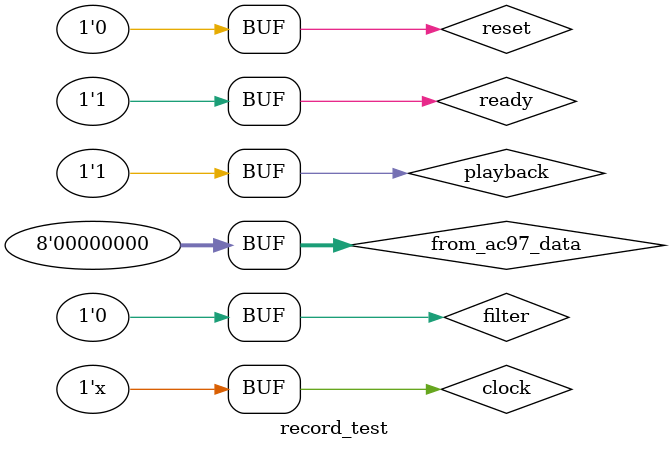
<source format=v>
`timescale 1ns / 1ps


module record_test;

	// Inputs
	reg clock;
	reg reset;
	reg playback;
	reg ready;
	reg filter;
	reg [7:0] from_ac97_data;

	// Outputs
	wire [7:0] to_ac97_data;

	// Instantiate the Unit Under Test (UUT)
	recorder uut (
		.clock(clock), 
		.reset(reset), 
		.playback(playback), 
		.ready(ready), 
		.filter(filter), 
		.from_ac97_data(from_ac97_data), 
		.to_ac97_data(to_ac97_data)
	);
   always #5 clock = !clock;
	initial begin
		// Initialize Inputs
		clock = 0;
		reset = 0;
		playback = 0;
		ready = 0;
		filter = 0;
		from_ac97_data = 0;

		// Wait 100 ns for global reset to finish
		#100;
      
		
		// Add stimulus here
      from_ac97_data = 8'b0;
		ready = 1;
		
		#400;
		
		playback = 1;
		
		#400;
		
	end
      
endmodule


</source>
